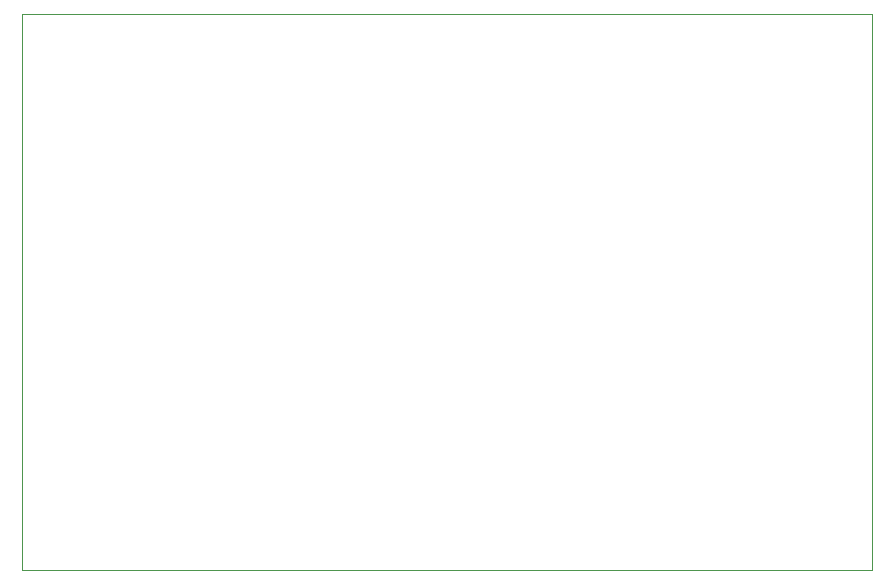
<source format=gm1>
G04 #@! TF.GenerationSoftware,KiCad,Pcbnew,5.1.5-52549c5~86~ubuntu18.04.1*
G04 #@! TF.CreationDate,2020-09-23T21:30:46-07:00*
G04 #@! TF.ProjectId,heat2sound_rx_and_tx_rev02,68656174-3273-46f7-956e-645f72785f61,rev?*
G04 #@! TF.SameCoordinates,Original*
G04 #@! TF.FileFunction,Profile,NP*
%FSLAX46Y46*%
G04 Gerber Fmt 4.6, Leading zero omitted, Abs format (unit mm)*
G04 Created by KiCad (PCBNEW 5.1.5-52549c5~86~ubuntu18.04.1) date 2020-09-23 21:30:46*
%MOMM*%
%LPD*%
G04 APERTURE LIST*
%ADD10C,0.099060*%
G04 APERTURE END LIST*
D10*
X77000000Y-145000000D02*
X77000000Y-98000000D01*
X149000000Y-145000000D02*
X77000000Y-145000000D01*
X149000000Y-98000000D02*
X149000000Y-145000000D01*
X77000000Y-98000000D02*
X149000000Y-98000000D01*
M02*

</source>
